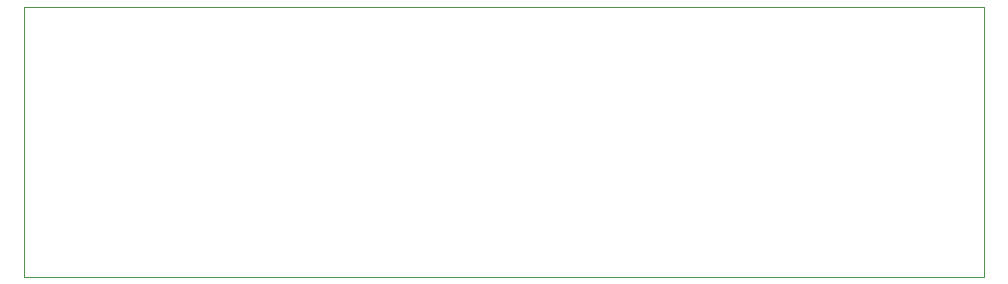
<source format=gbr>
G04 #@! TF.GenerationSoftware,KiCad,Pcbnew,5.1.5+dfsg1-2build2*
G04 #@! TF.CreationDate,2021-08-15T19:23:22-05:00*
G04 #@! TF.ProjectId,interlogix-rgb-mod,696e7465-726c-46f6-9769-782d7267622d,rev?*
G04 #@! TF.SameCoordinates,Original*
G04 #@! TF.FileFunction,Profile,NP*
%FSLAX46Y46*%
G04 Gerber Fmt 4.6, Leading zero omitted, Abs format (unit mm)*
G04 Created by KiCad (PCBNEW 5.1.5+dfsg1-2build2) date 2021-08-15 19:23:22*
%MOMM*%
%LPD*%
G04 APERTURE LIST*
%ADD10C,0.050000*%
G04 APERTURE END LIST*
D10*
X45720000Y-86360000D02*
X45720000Y-63500000D01*
X127000000Y-86360000D02*
X45720000Y-86360000D01*
X127000000Y-63500000D02*
X127000000Y-86360000D01*
X45720000Y-63500000D02*
X127000000Y-63500000D01*
M02*

</source>
